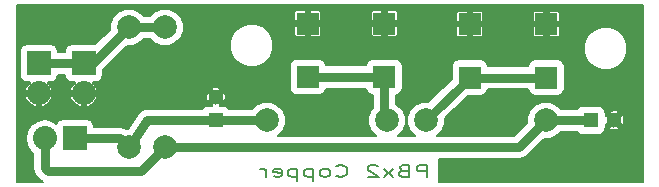
<source format=gbr>
G04 #@! TF.FileFunction,Copper,L2,Bot,Mixed*
%FSLAX46Y46*%
G04 Gerber Fmt 4.6, Leading zero omitted, Abs format (unit mm)*
G04 Created by KiCad (PCBNEW 0.201601231531+6508~42~ubuntu15.10.1-product) date Sun 24 Jan 2016 05:29:53 PM CET*
%MOMM*%
G01*
G04 APERTURE LIST*
%ADD10C,0.020000*%
%ADD11C,0.200000*%
%ADD12R,1.300000X1.300000*%
%ADD13C,1.300000*%
%ADD14C,1.998980*%
%ADD15R,1.879600X1.879600*%
%ADD16R,2.032000X2.032000*%
%ADD17O,2.032000X2.032000*%
%ADD18C,0.800000*%
%ADD19C,0.150000*%
G04 APERTURE END LIST*
D10*
D11*
X158312571Y-112720381D02*
X158312571Y-111720381D01*
X157741143Y-111720381D01*
X157598285Y-111768000D01*
X157526857Y-111815619D01*
X157455428Y-111910857D01*
X157455428Y-112053714D01*
X157526857Y-112148952D01*
X157598285Y-112196571D01*
X157741143Y-112244190D01*
X158312571Y-112244190D01*
X156312571Y-112196571D02*
X156098285Y-112244190D01*
X156026857Y-112291810D01*
X155955428Y-112387048D01*
X155955428Y-112529905D01*
X156026857Y-112625143D01*
X156098285Y-112672762D01*
X156241143Y-112720381D01*
X156812571Y-112720381D01*
X156812571Y-111720381D01*
X156312571Y-111720381D01*
X156169714Y-111768000D01*
X156098285Y-111815619D01*
X156026857Y-111910857D01*
X156026857Y-112006095D01*
X156098285Y-112101333D01*
X156169714Y-112148952D01*
X156312571Y-112196571D01*
X156812571Y-112196571D01*
X155455428Y-112720381D02*
X154669714Y-112053714D01*
X155455428Y-112053714D02*
X154669714Y-112720381D01*
X154169714Y-111815619D02*
X154098285Y-111768000D01*
X153955428Y-111720381D01*
X153598285Y-111720381D01*
X153455428Y-111768000D01*
X153383999Y-111815619D01*
X153312571Y-111910857D01*
X153312571Y-112006095D01*
X153383999Y-112148952D01*
X154241142Y-112720381D01*
X153312571Y-112720381D01*
X150669714Y-112625143D02*
X150741143Y-112672762D01*
X150955429Y-112720381D01*
X151098286Y-112720381D01*
X151312571Y-112672762D01*
X151455429Y-112577524D01*
X151526857Y-112482286D01*
X151598286Y-112291810D01*
X151598286Y-112148952D01*
X151526857Y-111958476D01*
X151455429Y-111863238D01*
X151312571Y-111768000D01*
X151098286Y-111720381D01*
X150955429Y-111720381D01*
X150741143Y-111768000D01*
X150669714Y-111815619D01*
X149812571Y-112720381D02*
X149955429Y-112672762D01*
X150026857Y-112625143D01*
X150098286Y-112529905D01*
X150098286Y-112244190D01*
X150026857Y-112148952D01*
X149955429Y-112101333D01*
X149812571Y-112053714D01*
X149598286Y-112053714D01*
X149455429Y-112101333D01*
X149384000Y-112148952D01*
X149312571Y-112244190D01*
X149312571Y-112529905D01*
X149384000Y-112625143D01*
X149455429Y-112672762D01*
X149598286Y-112720381D01*
X149812571Y-112720381D01*
X148669714Y-112053714D02*
X148669714Y-113053714D01*
X148669714Y-112101333D02*
X148526857Y-112053714D01*
X148241143Y-112053714D01*
X148098286Y-112101333D01*
X148026857Y-112148952D01*
X147955428Y-112244190D01*
X147955428Y-112529905D01*
X148026857Y-112625143D01*
X148098286Y-112672762D01*
X148241143Y-112720381D01*
X148526857Y-112720381D01*
X148669714Y-112672762D01*
X147312571Y-112053714D02*
X147312571Y-113053714D01*
X147312571Y-112101333D02*
X147169714Y-112053714D01*
X146884000Y-112053714D01*
X146741143Y-112101333D01*
X146669714Y-112148952D01*
X146598285Y-112244190D01*
X146598285Y-112529905D01*
X146669714Y-112625143D01*
X146741143Y-112672762D01*
X146884000Y-112720381D01*
X147169714Y-112720381D01*
X147312571Y-112672762D01*
X145384000Y-112672762D02*
X145526857Y-112720381D01*
X145812571Y-112720381D01*
X145955428Y-112672762D01*
X146026857Y-112577524D01*
X146026857Y-112196571D01*
X145955428Y-112101333D01*
X145812571Y-112053714D01*
X145526857Y-112053714D01*
X145384000Y-112101333D01*
X145312571Y-112196571D01*
X145312571Y-112291810D01*
X146026857Y-112387048D01*
X144669714Y-112720381D02*
X144669714Y-112053714D01*
X144669714Y-112244190D02*
X144598286Y-112148952D01*
X144526857Y-112101333D01*
X144384000Y-112053714D01*
X144241143Y-112053714D01*
D12*
X140462000Y-107950000D03*
D13*
X140462000Y-105950000D03*
D14*
X168402000Y-107950000D03*
X158242000Y-107950000D03*
X144780000Y-107950000D03*
X154940000Y-107950000D03*
X133096000Y-100076000D03*
X133096000Y-110236000D03*
D15*
X148234800Y-99745400D03*
X154737200Y-99745400D03*
X148234800Y-104266600D03*
X154737200Y-104266600D03*
D12*
X172212000Y-107950000D03*
D13*
X174212000Y-107950000D03*
D14*
X136144000Y-100076000D03*
X136144000Y-110236000D03*
D15*
X161950800Y-99796400D03*
X168453200Y-99796400D03*
X161950800Y-104317600D03*
X168453200Y-104317600D03*
D16*
X128524000Y-109474000D03*
D17*
X125984000Y-109474000D03*
D16*
X129286000Y-103124000D03*
D17*
X129286000Y-105664000D03*
D16*
X125476000Y-103124000D03*
D17*
X125476000Y-105664000D03*
D18*
X136144000Y-100076000D02*
X133096000Y-100076000D01*
X129286000Y-103124000D02*
X130048000Y-103124000D01*
X130048000Y-103124000D02*
X133096000Y-100076000D01*
X129286000Y-103124000D02*
X129194560Y-103266240D01*
X125476000Y-103124000D02*
X129286000Y-103124000D01*
X154737200Y-104266600D02*
X154737200Y-107747200D01*
X154737200Y-107747200D02*
X154940000Y-107950000D01*
X148234800Y-104266600D02*
X154737200Y-104266600D01*
X128524000Y-109474000D02*
X132334000Y-109474000D01*
X132334000Y-109474000D02*
X133096000Y-110236000D01*
X140462000Y-107950000D02*
X134670800Y-107950000D01*
X134670800Y-107950000D02*
X133096000Y-110236000D01*
X144780000Y-107950000D02*
X140462000Y-107950000D01*
X133096000Y-110236000D02*
X133096000Y-110210600D01*
X133096000Y-110236000D02*
X133172200Y-110236000D01*
X125984000Y-109474000D02*
X125984000Y-112014000D01*
X134112000Y-112268000D02*
X136144000Y-110236000D01*
X126238000Y-112268000D02*
X134112000Y-112268000D01*
X125984000Y-112014000D02*
X126238000Y-112268000D01*
X136144000Y-110236000D02*
X166116000Y-110236000D01*
X166116000Y-110236000D02*
X168402000Y-107950000D01*
X172212000Y-107950000D02*
X168402000Y-107950000D01*
X168402000Y-107950000D02*
X168402000Y-108064300D01*
X161950800Y-104317600D02*
X158242400Y-107949600D01*
X158242400Y-107949600D02*
X158242000Y-107950000D01*
X168453200Y-104317600D02*
X161950800Y-104317600D01*
D19*
G36*
X176634000Y-113134000D02*
X159352714Y-113134000D01*
X159352714Y-111219000D01*
X166116000Y-111219000D01*
X166492178Y-111144174D01*
X166811086Y-110931086D01*
X168209849Y-109532323D01*
X168715396Y-109532764D01*
X169297238Y-109292352D01*
X169657218Y-108933000D01*
X171083336Y-108933000D01*
X171141681Y-109020319D01*
X171334525Y-109149173D01*
X171562000Y-109194421D01*
X172862000Y-109194421D01*
X173089475Y-109149173D01*
X173282319Y-109020319D01*
X173411173Y-108827475D01*
X173450353Y-108630505D01*
X173784640Y-108630505D01*
X173868810Y-108726894D01*
X174192238Y-108799090D01*
X174518675Y-108742019D01*
X174555190Y-108726894D01*
X174639360Y-108630505D01*
X174212000Y-108203144D01*
X173784640Y-108630505D01*
X173450353Y-108630505D01*
X173456421Y-108600000D01*
X173456421Y-108311803D01*
X173531495Y-108377360D01*
X173958856Y-107950000D01*
X174465144Y-107950000D01*
X174892505Y-108377360D01*
X174988894Y-108293190D01*
X175061090Y-107969762D01*
X175004019Y-107643325D01*
X174988894Y-107606810D01*
X174892505Y-107522640D01*
X174465144Y-107950000D01*
X173958856Y-107950000D01*
X173531495Y-107522640D01*
X173456421Y-107588197D01*
X173456421Y-107300000D01*
X173450354Y-107269495D01*
X173784640Y-107269495D01*
X174212000Y-107696856D01*
X174639360Y-107269495D01*
X174555190Y-107173106D01*
X174231762Y-107100910D01*
X173905325Y-107157981D01*
X173868810Y-107173106D01*
X173784640Y-107269495D01*
X173450354Y-107269495D01*
X173411173Y-107072525D01*
X173282319Y-106879681D01*
X173089475Y-106750827D01*
X172862000Y-106705579D01*
X171562000Y-106705579D01*
X171334525Y-106750827D01*
X171141681Y-106879681D01*
X171083336Y-106967000D01*
X169656743Y-106967000D01*
X169299579Y-106609212D01*
X168718158Y-106367785D01*
X168088604Y-106367236D01*
X167506762Y-106607648D01*
X167061212Y-107052421D01*
X166819785Y-107633842D01*
X166819341Y-108142487D01*
X165708828Y-109253000D01*
X159176659Y-109253000D01*
X159582788Y-108847579D01*
X159824215Y-108266158D01*
X159824643Y-107775880D01*
X161789175Y-105851821D01*
X162890600Y-105851821D01*
X163118075Y-105806573D01*
X163310919Y-105677719D01*
X163439773Y-105484875D01*
X163476428Y-105300600D01*
X166927572Y-105300600D01*
X166964227Y-105484875D01*
X167093081Y-105677719D01*
X167285925Y-105806573D01*
X167513400Y-105851821D01*
X169393000Y-105851821D01*
X169620475Y-105806573D01*
X169813319Y-105677719D01*
X169942173Y-105484875D01*
X169987421Y-105257400D01*
X169987421Y-103377800D01*
X169942173Y-103150325D01*
X169813319Y-102957481D01*
X169620475Y-102828627D01*
X169393000Y-102783379D01*
X167513400Y-102783379D01*
X167285925Y-102828627D01*
X167093081Y-102957481D01*
X166964227Y-103150325D01*
X166927572Y-103334600D01*
X163476428Y-103334600D01*
X163439773Y-103150325D01*
X163310919Y-102957481D01*
X163118075Y-102828627D01*
X162890600Y-102783379D01*
X161011000Y-102783379D01*
X160783525Y-102828627D01*
X160590681Y-102957481D01*
X160461827Y-103150325D01*
X160416579Y-103377800D01*
X160416579Y-104444287D01*
X158452714Y-106367693D01*
X157928604Y-106367236D01*
X157346762Y-106607648D01*
X156901212Y-107052421D01*
X156659785Y-107633842D01*
X156659236Y-108263396D01*
X156899648Y-108845238D01*
X157306699Y-109253000D01*
X155874659Y-109253000D01*
X156280788Y-108847579D01*
X156522215Y-108266158D01*
X156522764Y-107636604D01*
X156282352Y-107054762D01*
X155837579Y-106609212D01*
X155720200Y-106560472D01*
X155720200Y-105792228D01*
X155904475Y-105755573D01*
X156097319Y-105626719D01*
X156226173Y-105433875D01*
X156271421Y-105206400D01*
X156271421Y-103326800D01*
X156226173Y-103099325D01*
X156097319Y-102906481D01*
X155904475Y-102777627D01*
X155677000Y-102732379D01*
X153797400Y-102732379D01*
X153569925Y-102777627D01*
X153377081Y-102906481D01*
X153248227Y-103099325D01*
X153211572Y-103283600D01*
X149760428Y-103283600D01*
X149723773Y-103099325D01*
X149594919Y-102906481D01*
X149402075Y-102777627D01*
X149174600Y-102732379D01*
X147295000Y-102732379D01*
X147067525Y-102777627D01*
X146874681Y-102906481D01*
X146745827Y-103099325D01*
X146700579Y-103326800D01*
X146700579Y-105206400D01*
X146745827Y-105433875D01*
X146874681Y-105626719D01*
X147067525Y-105755573D01*
X147295000Y-105800821D01*
X149174600Y-105800821D01*
X149402075Y-105755573D01*
X149594919Y-105626719D01*
X149723773Y-105433875D01*
X149760428Y-105249600D01*
X153211572Y-105249600D01*
X153248227Y-105433875D01*
X153377081Y-105626719D01*
X153569925Y-105755573D01*
X153754200Y-105792228D01*
X153754200Y-106897703D01*
X153599212Y-107052421D01*
X153357785Y-107633842D01*
X153357236Y-108263396D01*
X153597648Y-108845238D01*
X154004699Y-109253000D01*
X145714659Y-109253000D01*
X146120788Y-108847579D01*
X146362215Y-108266158D01*
X146362764Y-107636604D01*
X146122352Y-107054762D01*
X145677579Y-106609212D01*
X145096158Y-106367785D01*
X144466604Y-106367236D01*
X143884762Y-106607648D01*
X143524782Y-106967000D01*
X141590664Y-106967000D01*
X141532319Y-106879681D01*
X141339475Y-106750827D01*
X141112000Y-106705579D01*
X140823803Y-106705579D01*
X140889360Y-106630505D01*
X140462000Y-106203144D01*
X140034640Y-106630505D01*
X140100197Y-106705579D01*
X139812000Y-106705579D01*
X139584525Y-106750827D01*
X139391681Y-106879681D01*
X139333336Y-106967000D01*
X134670800Y-106967000D01*
X134582620Y-106984540D01*
X134492718Y-106983265D01*
X134396344Y-107021592D01*
X134294622Y-107041826D01*
X134219867Y-107091776D01*
X134136320Y-107125002D01*
X134061948Y-107197294D01*
X133975714Y-107254914D01*
X133925763Y-107329671D01*
X133861292Y-107392339D01*
X132992548Y-108653419D01*
X132841072Y-108653287D01*
X132710178Y-108565826D01*
X132334000Y-108491000D01*
X130134421Y-108491000D01*
X130134421Y-108458000D01*
X130089173Y-108230525D01*
X129960319Y-108037681D01*
X129767475Y-107908827D01*
X129540000Y-107863579D01*
X127508000Y-107863579D01*
X127280525Y-107908827D01*
X127087681Y-108037681D01*
X126969286Y-108214872D01*
X126595911Y-107965391D01*
X125984000Y-107843674D01*
X125372089Y-107965391D01*
X124853336Y-108312010D01*
X124506717Y-108830763D01*
X124385000Y-109442674D01*
X124385000Y-109505326D01*
X124506717Y-110117237D01*
X124853336Y-110635990D01*
X125001000Y-110734656D01*
X125001000Y-112014000D01*
X125075826Y-112390178D01*
X125288914Y-112709086D01*
X125542914Y-112963086D01*
X125798704Y-113134000D01*
X123594000Y-113134000D01*
X123594000Y-106026259D01*
X124333035Y-106026259D01*
X124411632Y-106216052D01*
X124703913Y-106581346D01*
X125113738Y-106806982D01*
X125297000Y-106803830D01*
X125297000Y-105843000D01*
X125655000Y-105843000D01*
X125655000Y-106803830D01*
X125838262Y-106806982D01*
X126248087Y-106581346D01*
X126540368Y-106216052D01*
X126618965Y-106026259D01*
X128143035Y-106026259D01*
X128221632Y-106216052D01*
X128513913Y-106581346D01*
X128923738Y-106806982D01*
X129107000Y-106803830D01*
X129107000Y-105843000D01*
X129465000Y-105843000D01*
X129465000Y-106803830D01*
X129648262Y-106806982D01*
X130058087Y-106581346D01*
X130350368Y-106216052D01*
X130428965Y-106026259D01*
X130427032Y-105930238D01*
X139612910Y-105930238D01*
X139669981Y-106256675D01*
X139685106Y-106293190D01*
X139781495Y-106377360D01*
X140208856Y-105950000D01*
X140715144Y-105950000D01*
X141142505Y-106377360D01*
X141238894Y-106293190D01*
X141311090Y-105969762D01*
X141254019Y-105643325D01*
X141238894Y-105606810D01*
X141142505Y-105522640D01*
X140715144Y-105950000D01*
X140208856Y-105950000D01*
X139781495Y-105522640D01*
X139685106Y-105606810D01*
X139612910Y-105930238D01*
X130427032Y-105930238D01*
X130425274Y-105843000D01*
X129465000Y-105843000D01*
X129107000Y-105843000D01*
X128146726Y-105843000D01*
X128143035Y-106026259D01*
X126618965Y-106026259D01*
X126615274Y-105843000D01*
X125655000Y-105843000D01*
X125297000Y-105843000D01*
X124336726Y-105843000D01*
X124333035Y-106026259D01*
X123594000Y-106026259D01*
X123594000Y-102108000D01*
X123865579Y-102108000D01*
X123865579Y-104140000D01*
X123910827Y-104367475D01*
X124039681Y-104560319D01*
X124232525Y-104689173D01*
X124460000Y-104734421D01*
X124726132Y-104734421D01*
X124703913Y-104746654D01*
X124411632Y-105111948D01*
X124333035Y-105301741D01*
X124336726Y-105485000D01*
X125297000Y-105485000D01*
X125297000Y-105465000D01*
X125655000Y-105465000D01*
X125655000Y-105485000D01*
X126615274Y-105485000D01*
X126618965Y-105301741D01*
X126540368Y-105111948D01*
X126248087Y-104746654D01*
X126225868Y-104734421D01*
X126492000Y-104734421D01*
X126719475Y-104689173D01*
X126912319Y-104560319D01*
X127041173Y-104367475D01*
X127086421Y-104140000D01*
X127086421Y-104107000D01*
X127675579Y-104107000D01*
X127675579Y-104140000D01*
X127720827Y-104367475D01*
X127849681Y-104560319D01*
X128042525Y-104689173D01*
X128270000Y-104734421D01*
X128536132Y-104734421D01*
X128513913Y-104746654D01*
X128221632Y-105111948D01*
X128143035Y-105301741D01*
X128146726Y-105485000D01*
X129107000Y-105485000D01*
X129107000Y-105465000D01*
X129465000Y-105465000D01*
X129465000Y-105485000D01*
X130425274Y-105485000D01*
X130428965Y-105301741D01*
X130415612Y-105269495D01*
X140034640Y-105269495D01*
X140462000Y-105696856D01*
X140889360Y-105269495D01*
X140805190Y-105173106D01*
X140481762Y-105100910D01*
X140155325Y-105157981D01*
X140118810Y-105173106D01*
X140034640Y-105269495D01*
X130415612Y-105269495D01*
X130350368Y-105111948D01*
X130058087Y-104746654D01*
X130035868Y-104734421D01*
X130302000Y-104734421D01*
X130529475Y-104689173D01*
X130722319Y-104560319D01*
X130851173Y-104367475D01*
X130896421Y-104140000D01*
X130896421Y-103665751D01*
X132599165Y-101963007D01*
X141676682Y-101963007D01*
X141955152Y-102636955D01*
X142470333Y-103153036D01*
X143143794Y-103432682D01*
X143873007Y-103433318D01*
X144546955Y-103154848D01*
X145063036Y-102639667D01*
X145238540Y-102217007D01*
X171648682Y-102217007D01*
X171927152Y-102890955D01*
X172442333Y-103407036D01*
X173115794Y-103686682D01*
X173845007Y-103687318D01*
X174518955Y-103408848D01*
X175035036Y-102893667D01*
X175314682Y-102220206D01*
X175315318Y-101490993D01*
X175036848Y-100817045D01*
X174521667Y-100300964D01*
X173848206Y-100021318D01*
X173118993Y-100020682D01*
X172445045Y-100299152D01*
X171928964Y-100814333D01*
X171649318Y-101487794D01*
X171648682Y-102217007D01*
X145238540Y-102217007D01*
X145342682Y-101966206D01*
X145343318Y-101236993D01*
X145064848Y-100563045D01*
X144549667Y-100046964D01*
X144364679Y-99970150D01*
X147112000Y-99970150D01*
X147112000Y-100721601D01*
X147139860Y-100788861D01*
X147191339Y-100840340D01*
X147258599Y-100868200D01*
X148010050Y-100868200D01*
X148055800Y-100822450D01*
X148055800Y-99924400D01*
X148413800Y-99924400D01*
X148413800Y-100822450D01*
X148459550Y-100868200D01*
X149211001Y-100868200D01*
X149278261Y-100840340D01*
X149329740Y-100788861D01*
X149357600Y-100721601D01*
X149357600Y-99970150D01*
X153614400Y-99970150D01*
X153614400Y-100721601D01*
X153642260Y-100788861D01*
X153693739Y-100840340D01*
X153760999Y-100868200D01*
X154512450Y-100868200D01*
X154558200Y-100822450D01*
X154558200Y-99924400D01*
X154916200Y-99924400D01*
X154916200Y-100822450D01*
X154961950Y-100868200D01*
X155713401Y-100868200D01*
X155780661Y-100840340D01*
X155832140Y-100788861D01*
X155860000Y-100721601D01*
X155860000Y-100021150D01*
X160828000Y-100021150D01*
X160828000Y-100772601D01*
X160855860Y-100839861D01*
X160907339Y-100891340D01*
X160974599Y-100919200D01*
X161726050Y-100919200D01*
X161771800Y-100873450D01*
X161771800Y-99975400D01*
X162129800Y-99975400D01*
X162129800Y-100873450D01*
X162175550Y-100919200D01*
X162927001Y-100919200D01*
X162994261Y-100891340D01*
X163045740Y-100839861D01*
X163073600Y-100772601D01*
X163073600Y-100021150D01*
X167330400Y-100021150D01*
X167330400Y-100772601D01*
X167358260Y-100839861D01*
X167409739Y-100891340D01*
X167476999Y-100919200D01*
X168228450Y-100919200D01*
X168274200Y-100873450D01*
X168274200Y-99975400D01*
X168632200Y-99975400D01*
X168632200Y-100873450D01*
X168677950Y-100919200D01*
X169429401Y-100919200D01*
X169496661Y-100891340D01*
X169548140Y-100839861D01*
X169576000Y-100772601D01*
X169576000Y-100021150D01*
X169530250Y-99975400D01*
X168632200Y-99975400D01*
X168274200Y-99975400D01*
X167376150Y-99975400D01*
X167330400Y-100021150D01*
X163073600Y-100021150D01*
X163027850Y-99975400D01*
X162129800Y-99975400D01*
X161771800Y-99975400D01*
X160873750Y-99975400D01*
X160828000Y-100021150D01*
X155860000Y-100021150D01*
X155860000Y-99970150D01*
X155814250Y-99924400D01*
X154916200Y-99924400D01*
X154558200Y-99924400D01*
X153660150Y-99924400D01*
X153614400Y-99970150D01*
X149357600Y-99970150D01*
X149311850Y-99924400D01*
X148413800Y-99924400D01*
X148055800Y-99924400D01*
X147157750Y-99924400D01*
X147112000Y-99970150D01*
X144364679Y-99970150D01*
X143876206Y-99767318D01*
X143146993Y-99766682D01*
X142473045Y-100045152D01*
X141956964Y-100560333D01*
X141677318Y-101233794D01*
X141676682Y-101963007D01*
X132599165Y-101963007D01*
X132903849Y-101658323D01*
X133409396Y-101658764D01*
X133991238Y-101418352D01*
X134351218Y-101059000D01*
X134889257Y-101059000D01*
X135246421Y-101416788D01*
X135827842Y-101658215D01*
X136457396Y-101658764D01*
X137039238Y-101418352D01*
X137484788Y-100973579D01*
X137726215Y-100392158D01*
X137726764Y-99762604D01*
X137486352Y-99180762D01*
X137075507Y-98769199D01*
X147112000Y-98769199D01*
X147112000Y-99520650D01*
X147157750Y-99566400D01*
X148055800Y-99566400D01*
X148055800Y-98668350D01*
X148413800Y-98668350D01*
X148413800Y-99566400D01*
X149311850Y-99566400D01*
X149357600Y-99520650D01*
X149357600Y-98769199D01*
X153614400Y-98769199D01*
X153614400Y-99520650D01*
X153660150Y-99566400D01*
X154558200Y-99566400D01*
X154558200Y-98668350D01*
X154916200Y-98668350D01*
X154916200Y-99566400D01*
X155814250Y-99566400D01*
X155860000Y-99520650D01*
X155860000Y-98820199D01*
X160828000Y-98820199D01*
X160828000Y-99571650D01*
X160873750Y-99617400D01*
X161771800Y-99617400D01*
X161771800Y-98719350D01*
X162129800Y-98719350D01*
X162129800Y-99617400D01*
X163027850Y-99617400D01*
X163073600Y-99571650D01*
X163073600Y-98820199D01*
X167330400Y-98820199D01*
X167330400Y-99571650D01*
X167376150Y-99617400D01*
X168274200Y-99617400D01*
X168274200Y-98719350D01*
X168632200Y-98719350D01*
X168632200Y-99617400D01*
X169530250Y-99617400D01*
X169576000Y-99571650D01*
X169576000Y-98820199D01*
X169548140Y-98752939D01*
X169496661Y-98701460D01*
X169429401Y-98673600D01*
X168677950Y-98673600D01*
X168632200Y-98719350D01*
X168274200Y-98719350D01*
X168228450Y-98673600D01*
X167476999Y-98673600D01*
X167409739Y-98701460D01*
X167358260Y-98752939D01*
X167330400Y-98820199D01*
X163073600Y-98820199D01*
X163045740Y-98752939D01*
X162994261Y-98701460D01*
X162927001Y-98673600D01*
X162175550Y-98673600D01*
X162129800Y-98719350D01*
X161771800Y-98719350D01*
X161726050Y-98673600D01*
X160974599Y-98673600D01*
X160907339Y-98701460D01*
X160855860Y-98752939D01*
X160828000Y-98820199D01*
X155860000Y-98820199D01*
X155860000Y-98769199D01*
X155832140Y-98701939D01*
X155780661Y-98650460D01*
X155713401Y-98622600D01*
X154961950Y-98622600D01*
X154916200Y-98668350D01*
X154558200Y-98668350D01*
X154512450Y-98622600D01*
X153760999Y-98622600D01*
X153693739Y-98650460D01*
X153642260Y-98701939D01*
X153614400Y-98769199D01*
X149357600Y-98769199D01*
X149329740Y-98701939D01*
X149278261Y-98650460D01*
X149211001Y-98622600D01*
X148459550Y-98622600D01*
X148413800Y-98668350D01*
X148055800Y-98668350D01*
X148010050Y-98622600D01*
X147258599Y-98622600D01*
X147191339Y-98650460D01*
X147139860Y-98701939D01*
X147112000Y-98769199D01*
X137075507Y-98769199D01*
X137041579Y-98735212D01*
X136460158Y-98493785D01*
X135830604Y-98493236D01*
X135248762Y-98733648D01*
X134888782Y-99093000D01*
X134350743Y-99093000D01*
X133993579Y-98735212D01*
X133412158Y-98493785D01*
X132782604Y-98493236D01*
X132200762Y-98733648D01*
X131755212Y-99178421D01*
X131513785Y-99759842D01*
X131513341Y-100268487D01*
X130268249Y-101513579D01*
X128270000Y-101513579D01*
X128042525Y-101558827D01*
X127849681Y-101687681D01*
X127720827Y-101880525D01*
X127675579Y-102108000D01*
X127675579Y-102141000D01*
X127086421Y-102141000D01*
X127086421Y-102108000D01*
X127041173Y-101880525D01*
X126912319Y-101687681D01*
X126719475Y-101558827D01*
X126492000Y-101513579D01*
X124460000Y-101513579D01*
X124232525Y-101558827D01*
X124039681Y-101687681D01*
X123910827Y-101880525D01*
X123865579Y-102108000D01*
X123594000Y-102108000D01*
X123594000Y-98194000D01*
X176634000Y-98194000D01*
X176634000Y-113134000D01*
X176634000Y-113134000D01*
G37*
X176634000Y-113134000D02*
X159352714Y-113134000D01*
X159352714Y-111219000D01*
X166116000Y-111219000D01*
X166492178Y-111144174D01*
X166811086Y-110931086D01*
X168209849Y-109532323D01*
X168715396Y-109532764D01*
X169297238Y-109292352D01*
X169657218Y-108933000D01*
X171083336Y-108933000D01*
X171141681Y-109020319D01*
X171334525Y-109149173D01*
X171562000Y-109194421D01*
X172862000Y-109194421D01*
X173089475Y-109149173D01*
X173282319Y-109020319D01*
X173411173Y-108827475D01*
X173450353Y-108630505D01*
X173784640Y-108630505D01*
X173868810Y-108726894D01*
X174192238Y-108799090D01*
X174518675Y-108742019D01*
X174555190Y-108726894D01*
X174639360Y-108630505D01*
X174212000Y-108203144D01*
X173784640Y-108630505D01*
X173450353Y-108630505D01*
X173456421Y-108600000D01*
X173456421Y-108311803D01*
X173531495Y-108377360D01*
X173958856Y-107950000D01*
X174465144Y-107950000D01*
X174892505Y-108377360D01*
X174988894Y-108293190D01*
X175061090Y-107969762D01*
X175004019Y-107643325D01*
X174988894Y-107606810D01*
X174892505Y-107522640D01*
X174465144Y-107950000D01*
X173958856Y-107950000D01*
X173531495Y-107522640D01*
X173456421Y-107588197D01*
X173456421Y-107300000D01*
X173450354Y-107269495D01*
X173784640Y-107269495D01*
X174212000Y-107696856D01*
X174639360Y-107269495D01*
X174555190Y-107173106D01*
X174231762Y-107100910D01*
X173905325Y-107157981D01*
X173868810Y-107173106D01*
X173784640Y-107269495D01*
X173450354Y-107269495D01*
X173411173Y-107072525D01*
X173282319Y-106879681D01*
X173089475Y-106750827D01*
X172862000Y-106705579D01*
X171562000Y-106705579D01*
X171334525Y-106750827D01*
X171141681Y-106879681D01*
X171083336Y-106967000D01*
X169656743Y-106967000D01*
X169299579Y-106609212D01*
X168718158Y-106367785D01*
X168088604Y-106367236D01*
X167506762Y-106607648D01*
X167061212Y-107052421D01*
X166819785Y-107633842D01*
X166819341Y-108142487D01*
X165708828Y-109253000D01*
X159176659Y-109253000D01*
X159582788Y-108847579D01*
X159824215Y-108266158D01*
X159824643Y-107775880D01*
X161789175Y-105851821D01*
X162890600Y-105851821D01*
X163118075Y-105806573D01*
X163310919Y-105677719D01*
X163439773Y-105484875D01*
X163476428Y-105300600D01*
X166927572Y-105300600D01*
X166964227Y-105484875D01*
X167093081Y-105677719D01*
X167285925Y-105806573D01*
X167513400Y-105851821D01*
X169393000Y-105851821D01*
X169620475Y-105806573D01*
X169813319Y-105677719D01*
X169942173Y-105484875D01*
X169987421Y-105257400D01*
X169987421Y-103377800D01*
X169942173Y-103150325D01*
X169813319Y-102957481D01*
X169620475Y-102828627D01*
X169393000Y-102783379D01*
X167513400Y-102783379D01*
X167285925Y-102828627D01*
X167093081Y-102957481D01*
X166964227Y-103150325D01*
X166927572Y-103334600D01*
X163476428Y-103334600D01*
X163439773Y-103150325D01*
X163310919Y-102957481D01*
X163118075Y-102828627D01*
X162890600Y-102783379D01*
X161011000Y-102783379D01*
X160783525Y-102828627D01*
X160590681Y-102957481D01*
X160461827Y-103150325D01*
X160416579Y-103377800D01*
X160416579Y-104444287D01*
X158452714Y-106367693D01*
X157928604Y-106367236D01*
X157346762Y-106607648D01*
X156901212Y-107052421D01*
X156659785Y-107633842D01*
X156659236Y-108263396D01*
X156899648Y-108845238D01*
X157306699Y-109253000D01*
X155874659Y-109253000D01*
X156280788Y-108847579D01*
X156522215Y-108266158D01*
X156522764Y-107636604D01*
X156282352Y-107054762D01*
X155837579Y-106609212D01*
X155720200Y-106560472D01*
X155720200Y-105792228D01*
X155904475Y-105755573D01*
X156097319Y-105626719D01*
X156226173Y-105433875D01*
X156271421Y-105206400D01*
X156271421Y-103326800D01*
X156226173Y-103099325D01*
X156097319Y-102906481D01*
X155904475Y-102777627D01*
X155677000Y-102732379D01*
X153797400Y-102732379D01*
X153569925Y-102777627D01*
X153377081Y-102906481D01*
X153248227Y-103099325D01*
X153211572Y-103283600D01*
X149760428Y-103283600D01*
X149723773Y-103099325D01*
X149594919Y-102906481D01*
X149402075Y-102777627D01*
X149174600Y-102732379D01*
X147295000Y-102732379D01*
X147067525Y-102777627D01*
X146874681Y-102906481D01*
X146745827Y-103099325D01*
X146700579Y-103326800D01*
X146700579Y-105206400D01*
X146745827Y-105433875D01*
X146874681Y-105626719D01*
X147067525Y-105755573D01*
X147295000Y-105800821D01*
X149174600Y-105800821D01*
X149402075Y-105755573D01*
X149594919Y-105626719D01*
X149723773Y-105433875D01*
X149760428Y-105249600D01*
X153211572Y-105249600D01*
X153248227Y-105433875D01*
X153377081Y-105626719D01*
X153569925Y-105755573D01*
X153754200Y-105792228D01*
X153754200Y-106897703D01*
X153599212Y-107052421D01*
X153357785Y-107633842D01*
X153357236Y-108263396D01*
X153597648Y-108845238D01*
X154004699Y-109253000D01*
X145714659Y-109253000D01*
X146120788Y-108847579D01*
X146362215Y-108266158D01*
X146362764Y-107636604D01*
X146122352Y-107054762D01*
X145677579Y-106609212D01*
X145096158Y-106367785D01*
X144466604Y-106367236D01*
X143884762Y-106607648D01*
X143524782Y-106967000D01*
X141590664Y-106967000D01*
X141532319Y-106879681D01*
X141339475Y-106750827D01*
X141112000Y-106705579D01*
X140823803Y-106705579D01*
X140889360Y-106630505D01*
X140462000Y-106203144D01*
X140034640Y-106630505D01*
X140100197Y-106705579D01*
X139812000Y-106705579D01*
X139584525Y-106750827D01*
X139391681Y-106879681D01*
X139333336Y-106967000D01*
X134670800Y-106967000D01*
X134582620Y-106984540D01*
X134492718Y-106983265D01*
X134396344Y-107021592D01*
X134294622Y-107041826D01*
X134219867Y-107091776D01*
X134136320Y-107125002D01*
X134061948Y-107197294D01*
X133975714Y-107254914D01*
X133925763Y-107329671D01*
X133861292Y-107392339D01*
X132992548Y-108653419D01*
X132841072Y-108653287D01*
X132710178Y-108565826D01*
X132334000Y-108491000D01*
X130134421Y-108491000D01*
X130134421Y-108458000D01*
X130089173Y-108230525D01*
X129960319Y-108037681D01*
X129767475Y-107908827D01*
X129540000Y-107863579D01*
X127508000Y-107863579D01*
X127280525Y-107908827D01*
X127087681Y-108037681D01*
X126969286Y-108214872D01*
X126595911Y-107965391D01*
X125984000Y-107843674D01*
X125372089Y-107965391D01*
X124853336Y-108312010D01*
X124506717Y-108830763D01*
X124385000Y-109442674D01*
X124385000Y-109505326D01*
X124506717Y-110117237D01*
X124853336Y-110635990D01*
X125001000Y-110734656D01*
X125001000Y-112014000D01*
X125075826Y-112390178D01*
X125288914Y-112709086D01*
X125542914Y-112963086D01*
X125798704Y-113134000D01*
X123594000Y-113134000D01*
X123594000Y-106026259D01*
X124333035Y-106026259D01*
X124411632Y-106216052D01*
X124703913Y-106581346D01*
X125113738Y-106806982D01*
X125297000Y-106803830D01*
X125297000Y-105843000D01*
X125655000Y-105843000D01*
X125655000Y-106803830D01*
X125838262Y-106806982D01*
X126248087Y-106581346D01*
X126540368Y-106216052D01*
X126618965Y-106026259D01*
X128143035Y-106026259D01*
X128221632Y-106216052D01*
X128513913Y-106581346D01*
X128923738Y-106806982D01*
X129107000Y-106803830D01*
X129107000Y-105843000D01*
X129465000Y-105843000D01*
X129465000Y-106803830D01*
X129648262Y-106806982D01*
X130058087Y-106581346D01*
X130350368Y-106216052D01*
X130428965Y-106026259D01*
X130427032Y-105930238D01*
X139612910Y-105930238D01*
X139669981Y-106256675D01*
X139685106Y-106293190D01*
X139781495Y-106377360D01*
X140208856Y-105950000D01*
X140715144Y-105950000D01*
X141142505Y-106377360D01*
X141238894Y-106293190D01*
X141311090Y-105969762D01*
X141254019Y-105643325D01*
X141238894Y-105606810D01*
X141142505Y-105522640D01*
X140715144Y-105950000D01*
X140208856Y-105950000D01*
X139781495Y-105522640D01*
X139685106Y-105606810D01*
X139612910Y-105930238D01*
X130427032Y-105930238D01*
X130425274Y-105843000D01*
X129465000Y-105843000D01*
X129107000Y-105843000D01*
X128146726Y-105843000D01*
X128143035Y-106026259D01*
X126618965Y-106026259D01*
X126615274Y-105843000D01*
X125655000Y-105843000D01*
X125297000Y-105843000D01*
X124336726Y-105843000D01*
X124333035Y-106026259D01*
X123594000Y-106026259D01*
X123594000Y-102108000D01*
X123865579Y-102108000D01*
X123865579Y-104140000D01*
X123910827Y-104367475D01*
X124039681Y-104560319D01*
X124232525Y-104689173D01*
X124460000Y-104734421D01*
X124726132Y-104734421D01*
X124703913Y-104746654D01*
X124411632Y-105111948D01*
X124333035Y-105301741D01*
X124336726Y-105485000D01*
X125297000Y-105485000D01*
X125297000Y-105465000D01*
X125655000Y-105465000D01*
X125655000Y-105485000D01*
X126615274Y-105485000D01*
X126618965Y-105301741D01*
X126540368Y-105111948D01*
X126248087Y-104746654D01*
X126225868Y-104734421D01*
X126492000Y-104734421D01*
X126719475Y-104689173D01*
X126912319Y-104560319D01*
X127041173Y-104367475D01*
X127086421Y-104140000D01*
X127086421Y-104107000D01*
X127675579Y-104107000D01*
X127675579Y-104140000D01*
X127720827Y-104367475D01*
X127849681Y-104560319D01*
X128042525Y-104689173D01*
X128270000Y-104734421D01*
X128536132Y-104734421D01*
X128513913Y-104746654D01*
X128221632Y-105111948D01*
X128143035Y-105301741D01*
X128146726Y-105485000D01*
X129107000Y-105485000D01*
X129107000Y-105465000D01*
X129465000Y-105465000D01*
X129465000Y-105485000D01*
X130425274Y-105485000D01*
X130428965Y-105301741D01*
X130415612Y-105269495D01*
X140034640Y-105269495D01*
X140462000Y-105696856D01*
X140889360Y-105269495D01*
X140805190Y-105173106D01*
X140481762Y-105100910D01*
X140155325Y-105157981D01*
X140118810Y-105173106D01*
X140034640Y-105269495D01*
X130415612Y-105269495D01*
X130350368Y-105111948D01*
X130058087Y-104746654D01*
X130035868Y-104734421D01*
X130302000Y-104734421D01*
X130529475Y-104689173D01*
X130722319Y-104560319D01*
X130851173Y-104367475D01*
X130896421Y-104140000D01*
X130896421Y-103665751D01*
X132599165Y-101963007D01*
X141676682Y-101963007D01*
X141955152Y-102636955D01*
X142470333Y-103153036D01*
X143143794Y-103432682D01*
X143873007Y-103433318D01*
X144546955Y-103154848D01*
X145063036Y-102639667D01*
X145238540Y-102217007D01*
X171648682Y-102217007D01*
X171927152Y-102890955D01*
X172442333Y-103407036D01*
X173115794Y-103686682D01*
X173845007Y-103687318D01*
X174518955Y-103408848D01*
X175035036Y-102893667D01*
X175314682Y-102220206D01*
X175315318Y-101490993D01*
X175036848Y-100817045D01*
X174521667Y-100300964D01*
X173848206Y-100021318D01*
X173118993Y-100020682D01*
X172445045Y-100299152D01*
X171928964Y-100814333D01*
X171649318Y-101487794D01*
X171648682Y-102217007D01*
X145238540Y-102217007D01*
X145342682Y-101966206D01*
X145343318Y-101236993D01*
X145064848Y-100563045D01*
X144549667Y-100046964D01*
X144364679Y-99970150D01*
X147112000Y-99970150D01*
X147112000Y-100721601D01*
X147139860Y-100788861D01*
X147191339Y-100840340D01*
X147258599Y-100868200D01*
X148010050Y-100868200D01*
X148055800Y-100822450D01*
X148055800Y-99924400D01*
X148413800Y-99924400D01*
X148413800Y-100822450D01*
X148459550Y-100868200D01*
X149211001Y-100868200D01*
X149278261Y-100840340D01*
X149329740Y-100788861D01*
X149357600Y-100721601D01*
X149357600Y-99970150D01*
X153614400Y-99970150D01*
X153614400Y-100721601D01*
X153642260Y-100788861D01*
X153693739Y-100840340D01*
X153760999Y-100868200D01*
X154512450Y-100868200D01*
X154558200Y-100822450D01*
X154558200Y-99924400D01*
X154916200Y-99924400D01*
X154916200Y-100822450D01*
X154961950Y-100868200D01*
X155713401Y-100868200D01*
X155780661Y-100840340D01*
X155832140Y-100788861D01*
X155860000Y-100721601D01*
X155860000Y-100021150D01*
X160828000Y-100021150D01*
X160828000Y-100772601D01*
X160855860Y-100839861D01*
X160907339Y-100891340D01*
X160974599Y-100919200D01*
X161726050Y-100919200D01*
X161771800Y-100873450D01*
X161771800Y-99975400D01*
X162129800Y-99975400D01*
X162129800Y-100873450D01*
X162175550Y-100919200D01*
X162927001Y-100919200D01*
X162994261Y-100891340D01*
X163045740Y-100839861D01*
X163073600Y-100772601D01*
X163073600Y-100021150D01*
X167330400Y-100021150D01*
X167330400Y-100772601D01*
X167358260Y-100839861D01*
X167409739Y-100891340D01*
X167476999Y-100919200D01*
X168228450Y-100919200D01*
X168274200Y-100873450D01*
X168274200Y-99975400D01*
X168632200Y-99975400D01*
X168632200Y-100873450D01*
X168677950Y-100919200D01*
X169429401Y-100919200D01*
X169496661Y-100891340D01*
X169548140Y-100839861D01*
X169576000Y-100772601D01*
X169576000Y-100021150D01*
X169530250Y-99975400D01*
X168632200Y-99975400D01*
X168274200Y-99975400D01*
X167376150Y-99975400D01*
X167330400Y-100021150D01*
X163073600Y-100021150D01*
X163027850Y-99975400D01*
X162129800Y-99975400D01*
X161771800Y-99975400D01*
X160873750Y-99975400D01*
X160828000Y-100021150D01*
X155860000Y-100021150D01*
X155860000Y-99970150D01*
X155814250Y-99924400D01*
X154916200Y-99924400D01*
X154558200Y-99924400D01*
X153660150Y-99924400D01*
X153614400Y-99970150D01*
X149357600Y-99970150D01*
X149311850Y-99924400D01*
X148413800Y-99924400D01*
X148055800Y-99924400D01*
X147157750Y-99924400D01*
X147112000Y-99970150D01*
X144364679Y-99970150D01*
X143876206Y-99767318D01*
X143146993Y-99766682D01*
X142473045Y-100045152D01*
X141956964Y-100560333D01*
X141677318Y-101233794D01*
X141676682Y-101963007D01*
X132599165Y-101963007D01*
X132903849Y-101658323D01*
X133409396Y-101658764D01*
X133991238Y-101418352D01*
X134351218Y-101059000D01*
X134889257Y-101059000D01*
X135246421Y-101416788D01*
X135827842Y-101658215D01*
X136457396Y-101658764D01*
X137039238Y-101418352D01*
X137484788Y-100973579D01*
X137726215Y-100392158D01*
X137726764Y-99762604D01*
X137486352Y-99180762D01*
X137075507Y-98769199D01*
X147112000Y-98769199D01*
X147112000Y-99520650D01*
X147157750Y-99566400D01*
X148055800Y-99566400D01*
X148055800Y-98668350D01*
X148413800Y-98668350D01*
X148413800Y-99566400D01*
X149311850Y-99566400D01*
X149357600Y-99520650D01*
X149357600Y-98769199D01*
X153614400Y-98769199D01*
X153614400Y-99520650D01*
X153660150Y-99566400D01*
X154558200Y-99566400D01*
X154558200Y-98668350D01*
X154916200Y-98668350D01*
X154916200Y-99566400D01*
X155814250Y-99566400D01*
X155860000Y-99520650D01*
X155860000Y-98820199D01*
X160828000Y-98820199D01*
X160828000Y-99571650D01*
X160873750Y-99617400D01*
X161771800Y-99617400D01*
X161771800Y-98719350D01*
X162129800Y-98719350D01*
X162129800Y-99617400D01*
X163027850Y-99617400D01*
X163073600Y-99571650D01*
X163073600Y-98820199D01*
X167330400Y-98820199D01*
X167330400Y-99571650D01*
X167376150Y-99617400D01*
X168274200Y-99617400D01*
X168274200Y-98719350D01*
X168632200Y-98719350D01*
X168632200Y-99617400D01*
X169530250Y-99617400D01*
X169576000Y-99571650D01*
X169576000Y-98820199D01*
X169548140Y-98752939D01*
X169496661Y-98701460D01*
X169429401Y-98673600D01*
X168677950Y-98673600D01*
X168632200Y-98719350D01*
X168274200Y-98719350D01*
X168228450Y-98673600D01*
X167476999Y-98673600D01*
X167409739Y-98701460D01*
X167358260Y-98752939D01*
X167330400Y-98820199D01*
X163073600Y-98820199D01*
X163045740Y-98752939D01*
X162994261Y-98701460D01*
X162927001Y-98673600D01*
X162175550Y-98673600D01*
X162129800Y-98719350D01*
X161771800Y-98719350D01*
X161726050Y-98673600D01*
X160974599Y-98673600D01*
X160907339Y-98701460D01*
X160855860Y-98752939D01*
X160828000Y-98820199D01*
X155860000Y-98820199D01*
X155860000Y-98769199D01*
X155832140Y-98701939D01*
X155780661Y-98650460D01*
X155713401Y-98622600D01*
X154961950Y-98622600D01*
X154916200Y-98668350D01*
X154558200Y-98668350D01*
X154512450Y-98622600D01*
X153760999Y-98622600D01*
X153693739Y-98650460D01*
X153642260Y-98701939D01*
X153614400Y-98769199D01*
X149357600Y-98769199D01*
X149329740Y-98701939D01*
X149278261Y-98650460D01*
X149211001Y-98622600D01*
X148459550Y-98622600D01*
X148413800Y-98668350D01*
X148055800Y-98668350D01*
X148010050Y-98622600D01*
X147258599Y-98622600D01*
X147191339Y-98650460D01*
X147139860Y-98701939D01*
X147112000Y-98769199D01*
X137075507Y-98769199D01*
X137041579Y-98735212D01*
X136460158Y-98493785D01*
X135830604Y-98493236D01*
X135248762Y-98733648D01*
X134888782Y-99093000D01*
X134350743Y-99093000D01*
X133993579Y-98735212D01*
X133412158Y-98493785D01*
X132782604Y-98493236D01*
X132200762Y-98733648D01*
X131755212Y-99178421D01*
X131513785Y-99759842D01*
X131513341Y-100268487D01*
X130268249Y-101513579D01*
X128270000Y-101513579D01*
X128042525Y-101558827D01*
X127849681Y-101687681D01*
X127720827Y-101880525D01*
X127675579Y-102108000D01*
X127675579Y-102141000D01*
X127086421Y-102141000D01*
X127086421Y-102108000D01*
X127041173Y-101880525D01*
X126912319Y-101687681D01*
X126719475Y-101558827D01*
X126492000Y-101513579D01*
X124460000Y-101513579D01*
X124232525Y-101558827D01*
X124039681Y-101687681D01*
X123910827Y-101880525D01*
X123865579Y-102108000D01*
X123594000Y-102108000D01*
X123594000Y-98194000D01*
X176634000Y-98194000D01*
X176634000Y-113134000D01*
M02*

</source>
